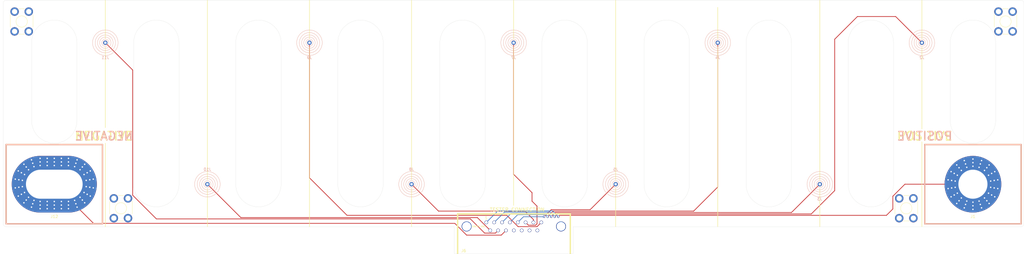
<source format=kicad_pcb>
(kicad_pcb (version 20171130) (host pcbnew "(5.1.6)-1")

  (general
    (thickness 1.6)
    (drawings 113)
    (tracks 81)
    (zones 0)
    (modules 16)
    (nets 16)
  )

  (page B)
  (title_block
    (date 2021-04-20)
    (rev 1)
  )

  (layers
    (0 F.Cu signal)
    (31 B.Cu signal)
    (32 B.Adhes user)
    (33 F.Adhes user)
    (34 B.Paste user)
    (35 F.Paste user)
    (36 B.SilkS user)
    (37 F.SilkS user)
    (38 B.Mask user)
    (39 F.Mask user)
    (40 Dwgs.User user hide)
    (41 Cmts.User user)
    (42 Eco1.User user)
    (43 Eco2.User user)
    (44 Edge.Cuts user)
    (45 Margin user)
    (46 B.CrtYd user)
    (47 F.CrtYd user)
    (48 B.Fab user)
    (49 F.Fab user)
  )

  (setup
    (last_trace_width 0.25)
    (user_trace_width 0.75)
    (user_trace_width 1.5)
    (trace_clearance 0.2)
    (zone_clearance 0.508)
    (zone_45_only no)
    (trace_min 0.2)
    (via_size 0.8)
    (via_drill 0.4)
    (via_min_size 0.4)
    (via_min_drill 0.3)
    (uvia_size 0.3)
    (uvia_drill 0.1)
    (uvias_allowed no)
    (uvia_min_size 0.2)
    (uvia_min_drill 0.1)
    (edge_width 0.05)
    (segment_width 0.2)
    (pcb_text_width 0.3)
    (pcb_text_size 1.5 1.5)
    (mod_edge_width 0.12)
    (mod_text_size 1 1)
    (mod_text_width 0.15)
    (pad_size 30 20)
    (pad_drill 20)
    (pad_to_mask_clearance 0.05)
    (aux_axis_origin 0 0)
    (visible_elements 7FFFFFFF)
    (pcbplotparams
      (layerselection 0x010fc_ffffffff)
      (usegerberextensions false)
      (usegerberattributes true)
      (usegerberadvancedattributes true)
      (creategerberjobfile true)
      (excludeedgelayer true)
      (linewidth 0.100000)
      (plotframeref false)
      (viasonmask false)
      (mode 1)
      (useauxorigin false)
      (hpglpennumber 1)
      (hpglpenspeed 20)
      (hpglpendiameter 15.000000)
      (psnegative false)
      (psa4output false)
      (plotreference true)
      (plotvalue true)
      (plotinvisibletext false)
      (padsonsilk false)
      (subtractmaskfromsilk false)
      (outputformat 1)
      (mirror false)
      (drillshape 0)
      (scaleselection 1)
      (outputdirectory "GERBERS/"))
  )

  (net 0 "")
  (net 1 "Net-(J6-Pad12)")
  (net 2 "Net-(J6-Pad13)")
  (net 3 "Net-(J6-Pad14)")
  (net 4 "Net-(J6-Pad15)")
  (net 5 "Net-(J1-Pad1)")
  (net 6 "Net-(J2-Pad1)")
  (net 7 "Net-(J3-Pad1)")
  (net 8 "Net-(J4-Pad1)")
  (net 9 "Net-(J5-Pad1)")
  (net 10 "Net-(J12-Pad1)")
  (net 11 "Net-(J11-Pad1)")
  (net 12 "Net-(J10-Pad1)")
  (net 13 "Net-(J6-Pad8)")
  (net 14 "Net-(J6-Pad7)")
  (net 15 "Net-(J6-Pad6)")

  (net_class Default "This is the default net class."
    (clearance 0.2)
    (trace_width 0.25)
    (via_dia 0.8)
    (via_drill 0.4)
    (uvia_dia 0.3)
    (uvia_drill 0.1)
    (add_net "Net-(J1-Pad1)")
    (add_net "Net-(J10-Pad1)")
    (add_net "Net-(J11-Pad1)")
    (add_net "Net-(J12-Pad1)")
    (add_net "Net-(J2-Pad1)")
    (add_net "Net-(J3-Pad1)")
    (add_net "Net-(J4-Pad1)")
    (add_net "Net-(J5-Pad1)")
    (add_net "Net-(J6-Pad12)")
    (add_net "Net-(J6-Pad13)")
    (add_net "Net-(J6-Pad14)")
    (add_net "Net-(J6-Pad15)")
    (add_net "Net-(J6-Pad6)")
    (add_net "Net-(J6-Pad7)")
    (add_net "Net-(J6-Pad8)")
  )

  (net_class HIGH ""
    (clearance 0.2)
    (trace_width 1.5)
    (via_dia 0.8)
    (via_drill 0.4)
    (uvia_dia 0.3)
    (uvia_drill 0.1)
  )

  (net_class MEDIUM ""
    (clearance 0.2)
    (trace_width 0.75)
    (via_dia 0.8)
    (via_drill 0.4)
    (uvia_dia 0.3)
    (uvia_drill 0.1)
  )

  (module "NiCd Battery Tester:KEYSTONE_240" (layer B.Cu) (tedit 6087333D) (tstamp 607FD74D)
    (at 292 135)
    (path /607BD76F/60DA254D)
    (fp_text reference J4 (at 0 5.25) (layer B.SilkS)
      (effects (font (size 1 1) (thickness 0.15)) (justify mirror))
    )
    (fp_text value Conn_01x01 (at 0 5.25) (layer B.Fab)
      (effects (font (size 1 1) (thickness 0.15)) (justify mirror))
    )
    (fp_circle (center 0 0) (end 4.5 0) (layer B.SilkS) (width 0.12))
    (fp_circle (center 0 0) (end 3.5 0.75) (layer B.SilkS) (width 0.12))
    (fp_circle (center 0 0) (end 2.75 0) (layer B.SilkS) (width 0.12))
    (fp_circle (center 0 0) (end 2 0) (layer B.SilkS) (width 0.12))
    (fp_circle (center 0 0) (end 1.25 0) (layer B.SilkS) (width 0.12))
    (pad 1 thru_hole circle (at 0 0) (size 1.524 1.524) (drill 0.762) (layers *.Cu *.Mask)
      (net 8 "Net-(J4-Pad1)") (clearance 2))
    (model "${KIPRJMOD}/3D Models/keystone-PN240.STEP"
      (at (xyz 0 0 0))
      (scale (xyz 1 1 1))
      (rotate (xyz 0 0 0))
    )
  )

  (module "NiCd Battery Tester:15-PIN-DSUB" (layer F.Cu) (tedit 60870FCD) (tstamp 62C37355)
    (at 220.075 199.92)
    (path /607BD76F/6087337B)
    (fp_text reference J6 (at -17.695 8.58) (layer F.SilkS)
      (effects (font (size 1 1) (thickness 0.15)))
    )
    (fp_text value "TESTER CONN" (at 0 -3) (layer F.Fab)
      (effects (font (size 1 1) (thickness 0.15)))
    )
    (fp_text user "EASTER EGG" (at -12.5 0) (layer F.SilkS)
      (effects (font (size 0.5 0.5) (thickness 0.1)))
    )
    (fp_text user 1 (at -9.75 -3) (layer F.SilkS)
      (effects (font (size 1 1) (thickness 0.15)))
    )
    (pad 15 thru_hole circle (at 8.31 1.42) (size 1.25 1.25) (drill 1) (layers *.Cu *.Mask)
      (net 4 "Net-(J6-Pad15)"))
    (pad 14 thru_hole circle (at 5.54 1.42) (size 1.25 1.25) (drill 1) (layers *.Cu *.Mask)
      (net 3 "Net-(J6-Pad14)"))
    (pad 13 thru_hole circle (at 2.77 1.42) (size 1.25 1.25) (drill 1) (layers *.Cu *.Mask)
      (net 2 "Net-(J6-Pad13)"))
    (pad 12 thru_hole circle (at 0 1.42) (size 1.25 1.25) (drill 1) (layers *.Cu *.Mask)
      (net 1 "Net-(J6-Pad12)"))
    (pad 11 thru_hole circle (at -2.77 1.42) (size 1.25 1.25) (drill 1) (layers *.Cu *.Mask)
      (net 10 "Net-(J12-Pad1)"))
    (pad 10 thru_hole circle (at -5.54 1.42) (size 1.25 1.25) (drill 1) (layers *.Cu *.Mask)
      (net 11 "Net-(J11-Pad1)"))
    (pad 9 thru_hole circle (at -8.31 1.42) (size 1.25 1.25) (drill 1) (layers *.Cu *.Mask)
      (net 12 "Net-(J10-Pad1)"))
    (pad 8 thru_hole circle (at 9.695 -1.42) (size 1.25 1.25) (drill 1) (layers *.Cu *.Mask)
      (net 13 "Net-(J6-Pad8)"))
    (pad 7 thru_hole circle (at 6.925 -1.42) (size 1.25 1.25) (drill 1) (layers *.Cu *.Mask)
      (net 14 "Net-(J6-Pad7)"))
    (pad 6 thru_hole circle (at 4.155 -1.42) (size 1.25 1.25) (drill 1) (layers *.Cu *.Mask)
      (net 15 "Net-(J6-Pad6)"))
    (pad 5 thru_hole circle (at 1.385 -1.42) (size 1.25 1.25) (drill 1) (layers *.Cu *.Mask)
      (net 9 "Net-(J5-Pad1)"))
    (pad 4 thru_hole circle (at -1.385 -1.42) (size 1.25 1.25) (drill 1) (layers *.Cu *.Mask)
      (net 8 "Net-(J4-Pad1)"))
    (pad 3 thru_hole circle (at -4.155 -1.42) (size 1.25 1.25) (drill 1) (layers *.Cu *.Mask)
      (net 7 "Net-(J3-Pad1)"))
    (pad 2 thru_hole circle (at -6.925 -1.42) (size 1.25 1.25) (drill 1) (layers *.Cu *.Mask)
      (net 6 "Net-(J2-Pad1)"))
    (pad 1 thru_hole circle (at -9.695 -1.42) (size 1.25 1.25) (drill 1) (layers *.Cu *.Mask)
      (net 5 "Net-(J1-Pad1)"))
    (pad "" thru_hole circle (at 16.65 0) (size 3.5 3.5) (drill 3.05) (layers *.Cu *.Mask))
    (pad "" thru_hole circle (at -16.65 0) (size 3.5 3.5) (drill 3.05) (layers *.Cu *.Mask))
    (model "${KIPRJMOD}/3D Models/DA15-SL-25.step"
      (offset (xyz 0 -6 0))
      (scale (xyz 1 1 1))
      (rotate (xyz -90 0 0))
    )
  )

  (module "NiCd Battery Tester:KEYSTONE_240" (layer B.Cu) (tedit 6086F581) (tstamp 62C36A74)
    (at 328 185)
    (path /607BD76F/60DA13CE)
    (fp_text reference J3 (at 0 5.25) (layer B.SilkS)
      (effects (font (size 1 1) (thickness 0.15)) (justify mirror))
    )
    (fp_text value Conn_01x01 (at 0 5.25) (layer B.Fab)
      (effects (font (size 1 1) (thickness 0.15)) (justify mirror))
    )
    (fp_circle (center 0 0) (end 1.25 0) (layer B.SilkS) (width 0.12))
    (fp_circle (center 0 0) (end 2 0) (layer B.SilkS) (width 0.12))
    (fp_circle (center 0 0) (end 2.75 0) (layer B.SilkS) (width 0.12))
    (fp_circle (center 0 0) (end 3.5 0.75) (layer B.SilkS) (width 0.12))
    (fp_circle (center 0 0) (end 4.5 0) (layer B.SilkS) (width 0.12))
    (pad 1 thru_hole circle (at 0 0) (size 1.524 1.524) (drill 0.762) (layers *.Cu *.Mask)
      (net 7 "Net-(J3-Pad1)"))
    (model "${KIPRJMOD}/3D Models/keystone-PN240.STEP"
      (at (xyz 0 0 0))
      (scale (xyz 1 1 1))
      (rotate (xyz 0 0 0))
    )
  )

  (module "NiCd Battery Tester:BATTERY_POWER_CONNECTION" (layer F.Cu) (tedit 60BACE5C) (tstamp 607FD72F)
    (at 382 185)
    (path /607BD76F/6090684A)
    (fp_text reference J1 (at 0 11.43) (layer F.SilkS)
      (effects (font (size 1 1) (thickness 0.15)))
    )
    (fp_text value Conn_01x01 (at 0 -0.5) (layer F.Fab)
      (effects (font (size 1 1) (thickness 0.15)))
    )
    (fp_circle (center 0 0) (end 6.35 -0.635) (layer Dwgs.User) (width 0.12))
    (fp_circle (center 0 0) (end 7.62 0) (layer Dwgs.User) (width 0.12))
    (fp_circle (center 0 0) (end 8.89 0.635) (layer Dwgs.User) (width 0.12))
    (pad 1 thru_hole circle (at 0 0) (size 20 20) (drill 10.25) (layers *.Cu *.Mask)
      (net 5 "Net-(J1-Pad1)") (clearance 5))
    (pad 1 thru_hole circle (at 0 -6.35) (size 0.5 0.5) (drill 0.5) (layers *.Cu *.Mask)
      (net 5 "Net-(J1-Pad1)"))
    (pad 1 thru_hole circle (at -2.171828 -5.967048) (size 0.5 0.5) (drill 0.5) (layers *.Cu *.Mask)
      (net 5 "Net-(J1-Pad1)"))
    (pad 1 thru_hole circle (at -4.081701 -4.864382) (size 0.5 0.5) (drill 0.5) (layers *.Cu *.Mask)
      (net 5 "Net-(J1-Pad1)"))
    (pad 1 thru_hole circle (at -5.499261 -3.175) (size 0.5 0.5) (drill 0.5) (layers *.Cu *.Mask)
      (net 5 "Net-(J1-Pad1)"))
    (pad 1 thru_hole circle (at -6.253529 -1.102666) (size 0.5 0.5) (drill 0.5) (layers *.Cu *.Mask)
      (net 5 "Net-(J1-Pad1)"))
    (pad 1 thru_hole circle (at -6.253529 1.102666) (size 0.5 0.5) (drill 0.5) (layers *.Cu *.Mask)
      (net 5 "Net-(J1-Pad1)"))
    (pad 1 thru_hole circle (at -5.499261 3.175) (size 0.5 0.5) (drill 0.5) (layers *.Cu *.Mask)
      (net 5 "Net-(J1-Pad1)"))
    (pad 1 thru_hole circle (at -4.081701 4.864382) (size 0.5 0.5) (drill 0.5) (layers *.Cu *.Mask)
      (net 5 "Net-(J1-Pad1)"))
    (pad 1 thru_hole circle (at -2.171828 5.967048) (size 0.5 0.5) (drill 0.5) (layers *.Cu *.Mask)
      (net 5 "Net-(J1-Pad1)"))
    (pad 1 thru_hole circle (at 0 6.35) (size 0.5 0.5) (drill 0.5) (layers *.Cu *.Mask)
      (net 5 "Net-(J1-Pad1)"))
    (pad 1 thru_hole circle (at 2.171828 5.967048) (size 0.5 0.5) (drill 0.5) (layers *.Cu *.Mask)
      (net 5 "Net-(J1-Pad1)"))
    (pad 1 thru_hole circle (at 4.081701 4.864382) (size 0.5 0.5) (drill 0.5) (layers *.Cu *.Mask)
      (net 5 "Net-(J1-Pad1)"))
    (pad 1 thru_hole circle (at 5.499261 3.175) (size 0.5 0.5) (drill 0.5) (layers *.Cu *.Mask)
      (net 5 "Net-(J1-Pad1)"))
    (pad 1 thru_hole circle (at 6.253529 1.102666) (size 0.5 0.5) (drill 0.5) (layers *.Cu *.Mask)
      (net 5 "Net-(J1-Pad1)"))
    (pad 1 thru_hole circle (at 6.253529 -1.102666) (size 0.5 0.5) (drill 0.5) (layers *.Cu *.Mask)
      (net 5 "Net-(J1-Pad1)"))
    (pad 1 thru_hole circle (at 5.499261 -3.175) (size 0.5 0.5) (drill 0.5) (layers *.Cu *.Mask)
      (net 5 "Net-(J1-Pad1)"))
    (pad 1 thru_hole circle (at 4.081701 -4.864382) (size 0.5 0.5) (drill 0.5) (layers *.Cu *.Mask)
      (net 5 "Net-(J1-Pad1)"))
    (pad 1 thru_hole circle (at 2.171828 -5.967048) (size 0.5 0.5) (drill 0.5) (layers *.Cu *.Mask)
      (net 5 "Net-(J1-Pad1)"))
    (pad 1 thru_hole circle (at 0 -7.62) (size 0.5 0.5) (drill 0.5) (layers *.Cu *.Mask)
      (net 5 "Net-(J1-Pad1)"))
    (pad 1 thru_hole circle (at -2.606193 -7.160458) (size 0.5 0.5) (drill 0.5) (layers *.Cu *.Mask)
      (net 5 "Net-(J1-Pad1)"))
    (pad 1 thru_hole circle (at -4.898042 -5.837259) (size 0.5 0.5) (drill 0.5) (layers *.Cu *.Mask)
      (net 5 "Net-(J1-Pad1)"))
    (pad 1 thru_hole circle (at -6.599114 -3.81) (size 0.5 0.5) (drill 0.5) (layers *.Cu *.Mask)
      (net 5 "Net-(J1-Pad1)"))
    (pad 1 thru_hole circle (at -7.504235 -1.323199) (size 0.5 0.5) (drill 0.5) (layers *.Cu *.Mask)
      (net 5 "Net-(J1-Pad1)"))
    (pad 1 thru_hole circle (at -7.504235 1.323199) (size 0.5 0.5) (drill 0.5) (layers *.Cu *.Mask)
      (net 5 "Net-(J1-Pad1)"))
    (pad 1 thru_hole circle (at -6.599114 3.81) (size 0.5 0.5) (drill 0.5) (layers *.Cu *.Mask)
      (net 5 "Net-(J1-Pad1)"))
    (pad 1 thru_hole circle (at -4.898042 5.837259) (size 0.5 0.5) (drill 0.5) (layers *.Cu *.Mask)
      (net 5 "Net-(J1-Pad1)"))
    (pad 1 thru_hole circle (at -2.606193 7.160458) (size 0.5 0.5) (drill 0.5) (layers *.Cu *.Mask)
      (net 5 "Net-(J1-Pad1)"))
    (pad 1 thru_hole circle (at 0 7.62) (size 0.5 0.5) (drill 0.5) (layers *.Cu *.Mask)
      (net 5 "Net-(J1-Pad1)"))
    (pad 1 thru_hole circle (at 2.606193 7.160458) (size 0.5 0.5) (drill 0.5) (layers *.Cu *.Mask)
      (net 5 "Net-(J1-Pad1)"))
    (pad 1 thru_hole circle (at 4.898042 5.837259) (size 0.5 0.5) (drill 0.5) (layers *.Cu *.Mask)
      (net 5 "Net-(J1-Pad1)"))
    (pad 1 thru_hole circle (at 6.599114 3.81) (size 0.5 0.5) (drill 0.5) (layers *.Cu *.Mask)
      (net 5 "Net-(J1-Pad1)"))
    (pad 1 thru_hole circle (at 7.504235 1.323199) (size 0.5 0.5) (drill 0.5) (layers *.Cu *.Mask)
      (net 5 "Net-(J1-Pad1)"))
    (pad 1 thru_hole circle (at 7.504235 -1.323199) (size 0.5 0.5) (drill 0.5) (layers *.Cu *.Mask)
      (net 5 "Net-(J1-Pad1)"))
    (pad 1 thru_hole circle (at 6.599114 -3.81) (size 0.5 0.5) (drill 0.5) (layers *.Cu *.Mask)
      (net 5 "Net-(J1-Pad1)"))
    (pad 1 thru_hole circle (at 4.898042 -5.837259) (size 0.5 0.5) (drill 0.5) (layers *.Cu *.Mask)
      (net 5 "Net-(J1-Pad1)"))
    (pad 1 thru_hole circle (at 2.606193 -7.160458) (size 0.5 0.5) (drill 0.5) (layers *.Cu *.Mask)
      (net 5 "Net-(J1-Pad1)"))
    (pad 1 thru_hole circle (at 0 -8.89) (size 0.5 0.5) (drill 0.5) (layers *.Cu *.Mask)
      (net 5 "Net-(J1-Pad1)"))
    (pad 1 thru_hole circle (at -3.040559 -8.353867) (size 0.5 0.5) (drill 0.5) (layers *.Cu *.Mask)
      (net 5 "Net-(J1-Pad1)"))
    (pad 1 thru_hole circle (at -5.714382 -6.810135) (size 0.5 0.5) (drill 0.5) (layers *.Cu *.Mask)
      (net 5 "Net-(J1-Pad1)"))
    (pad 1 thru_hole circle (at -7.698966 -4.445) (size 0.5 0.5) (drill 0.5) (layers *.Cu *.Mask)
      (net 5 "Net-(J1-Pad1)"))
    (pad 1 thru_hole circle (at -8.754941 -1.543732) (size 0.5 0.5) (drill 0.5) (layers *.Cu *.Mask)
      (net 5 "Net-(J1-Pad1)"))
    (pad 1 thru_hole circle (at -8.754941 1.543732) (size 0.5 0.5) (drill 0.5) (layers *.Cu *.Mask)
      (net 5 "Net-(J1-Pad1)"))
    (pad 1 thru_hole circle (at -7.698966 4.445) (size 0.5 0.5) (drill 0.5) (layers *.Cu *.Mask)
      (net 5 "Net-(J1-Pad1)"))
    (pad 1 thru_hole circle (at -5.714382 6.810135) (size 0.5 0.5) (drill 0.5) (layers *.Cu *.Mask)
      (net 5 "Net-(J1-Pad1)"))
    (pad 1 thru_hole circle (at -3.040559 8.353867) (size 0.5 0.5) (drill 0.5) (layers *.Cu *.Mask)
      (net 5 "Net-(J1-Pad1)"))
    (pad 1 thru_hole circle (at 0 8.89) (size 0.5 0.5) (drill 0.5) (layers *.Cu *.Mask)
      (net 5 "Net-(J1-Pad1)"))
    (pad 1 thru_hole circle (at 3.040559 8.353867) (size 0.5 0.5) (drill 0.5) (layers *.Cu *.Mask)
      (net 5 "Net-(J1-Pad1)"))
    (pad 1 thru_hole circle (at 5.714382 6.810135) (size 0.5 0.5) (drill 0.5) (layers *.Cu *.Mask)
      (net 5 "Net-(J1-Pad1)"))
    (pad 1 thru_hole circle (at 7.698966 4.445) (size 0.5 0.5) (drill 0.5) (layers *.Cu *.Mask)
      (net 5 "Net-(J1-Pad1)"))
    (pad 1 thru_hole circle (at 8.754941 1.543732) (size 0.5 0.5) (drill 0.5) (layers *.Cu *.Mask)
      (net 5 "Net-(J1-Pad1)"))
    (pad 1 thru_hole circle (at 8.754941 -1.543732) (size 0.5 0.5) (drill 0.5) (layers *.Cu *.Mask)
      (net 5 "Net-(J1-Pad1)"))
    (pad 1 thru_hole circle (at 7.698966 -4.445) (size 0.5 0.5) (drill 0.5) (layers *.Cu *.Mask)
      (net 5 "Net-(J1-Pad1)"))
    (pad 1 thru_hole circle (at 5.714382 -6.810135) (size 0.5 0.5) (drill 0.5) (layers *.Cu *.Mask)
      (net 5 "Net-(J1-Pad1)"))
    (pad 1 thru_hole circle (at 3.040559 -8.353867) (size 0.5 0.5) (drill 0.5) (layers *.Cu *.Mask)
      (net 5 "Net-(J1-Pad1)"))
  )

  (module "NiCd Battery Tester:BATTERY_POWER_CONNECTION_WIDE" (layer F.Cu) (tedit 611DA91B) (tstamp 607FD7DC)
    (at 58 185)
    (path /607BD76F/60DA92AD)
    (fp_text reference J12 (at 0 11.43) (layer F.SilkS)
      (effects (font (size 1 1) (thickness 0.15)))
    )
    (fp_text value Conn_01x01 (at 0 -11) (layer F.Fab)
      (effects (font (size 1 1) (thickness 0.15)))
    )
    (pad 1 thru_hole circle (at 0 8.65) (size 0.5 0.5) (drill 0.5) (layers *.Cu *.Mask)
      (net 10 "Net-(J12-Pad1)"))
    (pad 1 thru_hole circle (at 0 6.11) (size 0.5 0.5) (drill 0.5) (layers *.Cu *.Mask)
      (net 10 "Net-(J12-Pad1)"))
    (pad 1 thru_hole circle (at 2.5 7.38) (size 0.5 0.5) (drill 0.5) (layers *.Cu *.Mask)
      (net 10 "Net-(J12-Pad1)"))
    (pad 1 thru_hole circle (at 2.5 6.11) (size 0.5 0.5) (drill 0.5) (layers *.Cu *.Mask)
      (net 10 "Net-(J12-Pad1)"))
    (pad 1 thru_hole circle (at 2.5 8.65) (size 0.5 0.5) (drill 0.5) (layers *.Cu *.Mask)
      (net 10 "Net-(J12-Pad1)"))
    (pad 1 thru_hole circle (at 0 7.38) (size 0.5 0.5) (drill 0.5) (layers *.Cu *.Mask)
      (net 10 "Net-(J12-Pad1)"))
    (pad 1 thru_hole circle (at -2.5 8.65) (size 0.5 0.5) (drill 0.5) (layers *.Cu *.Mask)
      (net 10 "Net-(J12-Pad1)"))
    (pad 1 thru_hole circle (at -2.5 6.11) (size 0.5 0.5) (drill 0.5) (layers *.Cu *.Mask)
      (net 10 "Net-(J12-Pad1)"))
    (pad 1 thru_hole circle (at -2.5 7.38) (size 0.5 0.5) (drill 0.5) (layers *.Cu *.Mask)
      (net 10 "Net-(J12-Pad1)"))
    (pad 1 thru_hole circle (at 0 -6.6) (size 0.5 0.5) (drill 0.5) (layers *.Cu *.Mask)
      (net 10 "Net-(J12-Pad1)"))
    (pad 1 thru_hole circle (at 0 -7.87) (size 0.5 0.5) (drill 0.5) (layers *.Cu *.Mask)
      (net 10 "Net-(J12-Pad1)"))
    (pad 1 thru_hole circle (at 0 -9.14) (size 0.5 0.5) (drill 0.5) (layers *.Cu *.Mask)
      (net 10 "Net-(J12-Pad1)"))
    (pad 1 thru_hole circle (at 2.5 -6.6) (size 0.5 0.5) (drill 0.5) (layers *.Cu *.Mask)
      (net 10 "Net-(J12-Pad1)"))
    (pad 1 thru_hole circle (at 2.5 -9.14) (size 0.5 0.5) (drill 0.5) (layers *.Cu *.Mask)
      (net 10 "Net-(J12-Pad1)"))
    (pad 1 thru_hole circle (at 2.5 -7.87) (size 0.5 0.5) (drill 0.5) (layers *.Cu *.Mask)
      (net 10 "Net-(J12-Pad1)"))
    (pad 1 thru_hole circle (at -2.5 -6.6) (size 0.5 0.5) (drill 0.5) (layers *.Cu *.Mask)
      (net 10 "Net-(J12-Pad1)"))
    (pad 1 thru_hole circle (at -2.5 -7.87) (size 0.5 0.5) (drill 0.5) (layers *.Cu *.Mask)
      (net 10 "Net-(J12-Pad1)"))
    (pad 1 thru_hole circle (at -2.5 -9.14) (size 0.5 0.5) (drill 0.5) (layers *.Cu *.Mask)
      (net 10 "Net-(J12-Pad1)"))
    (pad 1 thru_hole circle (at 10.714382 6.560135) (size 0.5 0.5) (drill 0.5) (layers *.Cu *.Mask)
      (net 10 "Net-(J12-Pad1)"))
    (pad 1 thru_hole circle (at 5 6.1) (size 0.5 0.5) (drill 0.5) (layers *.Cu *.Mask)
      (net 10 "Net-(J12-Pad1)"))
    (pad 1 thru_hole circle (at 5 -6.6) (size 0.5 0.5) (drill 0.5) (layers *.Cu *.Mask)
      (net 10 "Net-(J12-Pad1)"))
    (pad 1 thru_hole circle (at 7.606193 -7.410458) (size 0.5 0.5) (drill 0.5) (layers *.Cu *.Mask)
      (net 10 "Net-(J12-Pad1)"))
    (pad 1 thru_hole circle (at 5 7.37) (size 0.5 0.5) (drill 0.5) (layers *.Cu *.Mask)
      (net 10 "Net-(J12-Pad1)"))
    (pad 1 thru_hole circle (at 11.599114 3.56) (size 0.5 0.5) (drill 0.5) (layers *.Cu *.Mask)
      (net 10 "Net-(J12-Pad1)"))
    (pad 1 thru_hole circle (at 8.040559 -8.603867) (size 0.5 0.5) (drill 0.5) (layers *.Cu *.Mask)
      (net 10 "Net-(J12-Pad1)"))
    (pad 1 thru_hole circle (at 10.714382 -7.060135) (size 0.5 0.5) (drill 0.5) (layers *.Cu *.Mask)
      (net 10 "Net-(J12-Pad1)"))
    (pad 1 thru_hole circle (at 12.698966 -4.695) (size 0.5 0.5) (drill 0.5) (layers *.Cu *.Mask)
      (net 10 "Net-(J12-Pad1)"))
    (pad 1 thru_hole circle (at 5 -7.87) (size 0.5 0.5) (drill 0.5) (layers *.Cu *.Mask)
      (net 10 "Net-(J12-Pad1)"))
    (pad 1 thru_hole circle (at 5 8.64) (size 0.5 0.5) (drill 0.5) (layers *.Cu *.Mask)
      (net 10 "Net-(J12-Pad1)"))
    (pad 1 thru_hole circle (at 12.504235 -1.573199) (size 0.5 0.5) (drill 0.5) (layers *.Cu *.Mask)
      (net 10 "Net-(J12-Pad1)"))
    (pad 1 thru_hole circle (at 10.499261 2.925) (size 0.5 0.5) (drill 0.5) (layers *.Cu *.Mask)
      (net 10 "Net-(J12-Pad1)"))
    (pad 1 thru_hole circle (at 7.171828 -6.217048) (size 0.5 0.5) (drill 0.5) (layers *.Cu *.Mask)
      (net 10 "Net-(J12-Pad1)"))
    (pad 1 thru_hole circle (at 13.754941 -1.793732) (size 0.5 0.5) (drill 0.5) (layers *.Cu *.Mask)
      (net 10 "Net-(J12-Pad1)"))
    (pad 1 thru_hole circle (at 12.698966 4.195) (size 0.5 0.5) (drill 0.5) (layers *.Cu *.Mask)
      (net 10 "Net-(J12-Pad1)"))
    (pad 1 thru_hole circle (at 8.040559 8.103867) (size 0.5 0.5) (drill 0.5) (layers *.Cu *.Mask)
      (net 10 "Net-(J12-Pad1)"))
    (pad 1 thru_hole circle (at 5 -9.14) (size 0.5 0.5) (drill 0.5) (layers *.Cu *.Mask)
      (net 10 "Net-(J12-Pad1)"))
    (pad 1 thru_hole circle (at 9.898042 -6.087259) (size 0.5 0.5) (drill 0.5) (layers *.Cu *.Mask)
      (net 10 "Net-(J12-Pad1)"))
    (pad 1 thru_hole circle (at 11.599114 -4.06) (size 0.5 0.5) (drill 0.5) (layers *.Cu *.Mask)
      (net 10 "Net-(J12-Pad1)"))
    (pad 1 thru_hole circle (at 12.504235 1.073199) (size 0.5 0.5) (drill 0.5) (layers *.Cu *.Mask)
      (net 10 "Net-(J12-Pad1)"))
    (pad 1 thru_hole circle (at 9.081701 4.614382) (size 0.5 0.5) (drill 0.5) (layers *.Cu *.Mask)
      (net 10 "Net-(J12-Pad1)"))
    (pad 1 thru_hole circle (at 10.499261 -3.425) (size 0.5 0.5) (drill 0.5) (layers *.Cu *.Mask)
      (net 10 "Net-(J12-Pad1)"))
    (pad 1 thru_hole circle (at 9.081701 -5.114382) (size 0.5 0.5) (drill 0.5) (layers *.Cu *.Mask)
      (net 10 "Net-(J12-Pad1)"))
    (pad 1 thru_hole circle (at 7.606193 6.910458) (size 0.5 0.5) (drill 0.5) (layers *.Cu *.Mask)
      (net 10 "Net-(J12-Pad1)"))
    (pad 1 thru_hole circle (at 7.171828 5.717048) (size 0.5 0.5) (drill 0.5) (layers *.Cu *.Mask)
      (net 10 "Net-(J12-Pad1)"))
    (pad 1 thru_hole circle (at 9.898042 5.587259) (size 0.5 0.5) (drill 0.5) (layers *.Cu *.Mask)
      (net 10 "Net-(J12-Pad1)"))
    (pad 1 thru_hole circle (at 11.253529 -1.352666) (size 0.5 0.5) (drill 0.5) (layers *.Cu *.Mask)
      (net 10 "Net-(J12-Pad1)"))
    (pad 1 thru_hole circle (at 13.754941 1.293732) (size 0.5 0.5) (drill 0.5) (layers *.Cu *.Mask)
      (net 10 "Net-(J12-Pad1)"))
    (pad 1 thru_hole circle (at 11.253529 0.852666) (size 0.5 0.5) (drill 0.5) (layers *.Cu *.Mask)
      (net 10 "Net-(J12-Pad1)"))
    (pad 1 thru_hole circle (at -10.714382 6.560135) (size 0.5 0.5) (drill 0.5) (layers *.Cu *.Mask)
      (net 10 "Net-(J12-Pad1)"))
    (pad 1 thru_hole circle (at -13.754941 1.293732) (size 0.5 0.5) (drill 0.5) (layers *.Cu *.Mask)
      (net 10 "Net-(J12-Pad1)"))
    (pad 1 thru_hole circle (at -11.599114 3.56) (size 0.5 0.5) (drill 0.5) (layers *.Cu *.Mask)
      (net 10 "Net-(J12-Pad1)"))
    (pad 1 thru_hole circle (at -5 6.1) (size 0.5 0.5) (drill 0.5) (layers *.Cu *.Mask)
      (net 10 "Net-(J12-Pad1)"))
    (pad 1 thru_hole circle (at -11.253529 -1.352666) (size 0.5 0.5) (drill 0.5) (layers *.Cu *.Mask)
      (net 10 "Net-(J12-Pad1)"))
    (pad 1 thru_hole circle (at -5 -6.6) (size 0.5 0.5) (drill 0.5) (layers *.Cu *.Mask)
      (net 10 "Net-(J12-Pad1)"))
    (pad 1 thru_hole circle (at -11.599114 -4.06) (size 0.5 0.5) (drill 0.5) (layers *.Cu *.Mask)
      (net 10 "Net-(J12-Pad1)"))
    (pad 1 thru_hole circle (at -9.081701 4.614382) (size 0.5 0.5) (drill 0.5) (layers *.Cu *.Mask)
      (net 10 "Net-(J12-Pad1)"))
    (pad 1 thru_hole circle (at -5 7.37) (size 0.5 0.5) (drill 0.5) (layers *.Cu *.Mask)
      (net 10 "Net-(J12-Pad1)"))
    (pad 1 thru_hole circle (at -5 -7.87) (size 0.5 0.5) (drill 0.5) (layers *.Cu *.Mask)
      (net 10 "Net-(J12-Pad1)"))
    (pad 1 thru_hole circle (at -5 8.64) (size 0.5 0.5) (drill 0.5) (layers *.Cu *.Mask)
      (net 10 "Net-(J12-Pad1)"))
    (pad 1 thru_hole circle (at -7.171828 -6.217048) (size 0.5 0.5) (drill 0.5) (layers *.Cu *.Mask)
      (net 10 "Net-(J12-Pad1)"))
    (pad 1 thru_hole circle (at -7.606193 -7.410458) (size 0.5 0.5) (drill 0.5) (layers *.Cu *.Mask)
      (net 10 "Net-(J12-Pad1)"))
    (pad 1 thru_hole circle (at -7.171828 5.717048) (size 0.5 0.5) (drill 0.5) (layers *.Cu *.Mask)
      (net 10 "Net-(J12-Pad1)"))
    (pad 1 thru_hole circle (at -8.040559 8.103867) (size 0.5 0.5) (drill 0.5) (layers *.Cu *.Mask)
      (net 10 "Net-(J12-Pad1)"))
    (pad 1 thru_hole circle (at -12.698966 4.195) (size 0.5 0.5) (drill 0.5) (layers *.Cu *.Mask)
      (net 10 "Net-(J12-Pad1)"))
    (pad 1 thru_hole circle (at -12.698966 -4.695) (size 0.5 0.5) (drill 0.5) (layers *.Cu *.Mask)
      (net 10 "Net-(J12-Pad1)"))
    (pad 1 thru_hole circle (at -12.504235 -1.573199) (size 0.5 0.5) (drill 0.5) (layers *.Cu *.Mask)
      (net 10 "Net-(J12-Pad1)"))
    (pad 1 thru_hole circle (at -10.499261 -3.425) (size 0.5 0.5) (drill 0.5) (layers *.Cu *.Mask)
      (net 10 "Net-(J12-Pad1)"))
    (pad 1 thru_hole circle (at -10.714382 -7.060135) (size 0.5 0.5) (drill 0.5) (layers *.Cu *.Mask)
      (net 10 "Net-(J12-Pad1)"))
    (pad 1 thru_hole circle (at -10.499261 2.925) (size 0.5 0.5) (drill 0.5) (layers *.Cu *.Mask)
      (net 10 "Net-(J12-Pad1)"))
    (pad 1 thru_hole circle (at -8.040559 -8.603867) (size 0.5 0.5) (drill 0.5) (layers *.Cu *.Mask)
      (net 10 "Net-(J12-Pad1)"))
    (pad 1 thru_hole circle (at -5 -9.14) (size 0.5 0.5) (drill 0.5) (layers *.Cu *.Mask)
      (net 10 "Net-(J12-Pad1)"))
    (pad 1 thru_hole circle (at -9.898042 -6.087259) (size 0.5 0.5) (drill 0.5) (layers *.Cu *.Mask)
      (net 10 "Net-(J12-Pad1)"))
    (pad 1 thru_hole circle (at -7.606193 6.910458) (size 0.5 0.5) (drill 0.5) (layers *.Cu *.Mask)
      (net 10 "Net-(J12-Pad1)"))
    (pad 1 thru_hole circle (at -9.898042 5.587259) (size 0.5 0.5) (drill 0.5) (layers *.Cu *.Mask)
      (net 10 "Net-(J12-Pad1)"))
    (pad 1 thru_hole circle (at -11.253529 0.852666) (size 0.5 0.5) (drill 0.5) (layers *.Cu *.Mask)
      (net 10 "Net-(J12-Pad1)"))
    (pad 1 thru_hole circle (at -9.081701 -5.114382) (size 0.5 0.5) (drill 0.5) (layers *.Cu *.Mask)
      (net 10 "Net-(J12-Pad1)"))
    (pad 1 thru_hole circle (at -13.754941 -1.793732) (size 0.5 0.5) (drill 0.5) (layers *.Cu *.Mask)
      (net 10 "Net-(J12-Pad1)"))
    (pad 1 thru_hole circle (at -12.504235 1.073199) (size 0.5 0.5) (drill 0.5) (layers *.Cu *.Mask)
      (net 10 "Net-(J12-Pad1)"))
    (pad 1 thru_hole oval (at 0 0) (size 30 20) (drill oval 20 10.25) (layers *.Cu *.Mask)
      (net 10 "Net-(J12-Pad1)") (clearance 5))
  )

  (module "NiCd Battery Tester:KEYSTONE_240" (layer B.Cu) (tedit 60873355) (tstamp 607FD761)
    (at 220 135)
    (path /607BD76F/60DA32A5)
    (fp_text reference J7 (at 0 5.25) (layer B.SilkS)
      (effects (font (size 1 1) (thickness 0.15)) (justify mirror))
    )
    (fp_text value Conn_01x01 (at 0 5.25) (layer B.Fab)
      (effects (font (size 1 1) (thickness 0.15)) (justify mirror))
    )
    (fp_circle (center 0 0) (end 4.5 0) (layer B.SilkS) (width 0.12))
    (fp_circle (center 0 0) (end 3.5 0.75) (layer B.SilkS) (width 0.12))
    (fp_circle (center 0 0) (end 2.75 0) (layer B.SilkS) (width 0.12))
    (fp_circle (center 0 0) (end 2 0) (layer B.SilkS) (width 0.12))
    (fp_circle (center 0 0) (end 1.25 0) (layer B.SilkS) (width 0.12))
    (pad 1 thru_hole circle (at 0 0) (size 1.524 1.524) (drill 0.762) (layers *.Cu *.Mask)
      (net 15 "Net-(J6-Pad6)") (clearance 2))
    (model "${KIPRJMOD}/3D Models/keystone-PN240.STEP"
      (at (xyz 0 0 0))
      (scale (xyz 1 1 1))
      (rotate (xyz 0 0 0))
    )
  )

  (module "NiCd Battery Tester:KEYSTONE_240" (layer B.Cu) (tedit 60873376) (tstamp 607FD789)
    (at 76 135)
    (path /607BD76F/60DA8E96)
    (fp_text reference J11 (at 0 5.25) (layer B.SilkS)
      (effects (font (size 1 1) (thickness 0.15)) (justify mirror))
    )
    (fp_text value Conn_01x01 (at 0 5.25) (layer B.Fab)
      (effects (font (size 1 1) (thickness 0.15)) (justify mirror))
    )
    (fp_circle (center 0 0) (end 4.5 0) (layer B.SilkS) (width 0.12))
    (fp_circle (center 0 0) (end 3.5 0.75) (layer B.SilkS) (width 0.12))
    (fp_circle (center 0 0) (end 2.75 0) (layer B.SilkS) (width 0.12))
    (fp_circle (center 0 0) (end 2 0) (layer B.SilkS) (width 0.12))
    (fp_circle (center 0 0) (end 1.25 0) (layer B.SilkS) (width 0.12))
    (pad 1 thru_hole circle (at 0 0) (size 1.524 1.524) (drill 0.762) (layers *.Cu *.Mask)
      (net 11 "Net-(J11-Pad1)") (clearance 2))
    (model "${KIPRJMOD}/3D Models/keystone-PN240.STEP"
      (at (xyz 0 0 0))
      (scale (xyz 1 1 1))
      (rotate (xyz 0 0 0))
    )
  )

  (module "NiCd Battery Tester:KEYSTONE_240" (layer B.Cu) (tedit 6087336D) (tstamp 607FD77F)
    (at 112 185 180)
    (path /607BD76F/60DA7822)
    (fp_text reference J10 (at 0 5.25) (layer B.SilkS)
      (effects (font (size 1 1) (thickness 0.15)) (justify mirror))
    )
    (fp_text value Conn_01x01 (at 0 5.25) (layer B.Fab)
      (effects (font (size 1 1) (thickness 0.15)) (justify mirror))
    )
    (fp_circle (center 0 0) (end 4.5 0) (layer B.SilkS) (width 0.12))
    (fp_circle (center 0 0) (end 3.5 0.75) (layer B.SilkS) (width 0.12))
    (fp_circle (center 0 0) (end 2.75 0) (layer B.SilkS) (width 0.12))
    (fp_circle (center 0 0) (end 2 0) (layer B.SilkS) (width 0.12))
    (fp_circle (center 0 0) (end 1.25 0) (layer B.SilkS) (width 0.12))
    (pad 1 thru_hole circle (at 0 0 180) (size 1.524 1.524) (drill 0.762) (layers *.Cu *.Mask)
      (net 12 "Net-(J10-Pad1)") (clearance 2))
    (model "${KIPRJMOD}/3D Models/keystone-PN240.STEP"
      (at (xyz 0 0 0))
      (scale (xyz 1 1 1))
      (rotate (xyz 0 0 0))
    )
  )

  (module "NiCd Battery Tester:KEYSTONE_240" (layer B.Cu) (tedit 60873362) (tstamp 607FD775)
    (at 148 135)
    (path /607BD76F/60DA6E9B)
    (fp_text reference J9 (at 0 5.25) (layer B.SilkS)
      (effects (font (size 1 1) (thickness 0.15)) (justify mirror))
    )
    (fp_text value Conn_01x01 (at 0 5.25) (layer B.Fab)
      (effects (font (size 1 1) (thickness 0.15)) (justify mirror))
    )
    (fp_circle (center 0 0) (end 4.5 0) (layer B.SilkS) (width 0.12))
    (fp_circle (center 0 0) (end 3.5 0.75) (layer B.SilkS) (width 0.12))
    (fp_circle (center 0 0) (end 2.75 0) (layer B.SilkS) (width 0.12))
    (fp_circle (center 0 0) (end 2 0) (layer B.SilkS) (width 0.12))
    (fp_circle (center 0 0) (end 1.25 0) (layer B.SilkS) (width 0.12))
    (pad 1 thru_hole circle (at 0 0) (size 1.524 1.524) (drill 0.762) (layers *.Cu *.Mask)
      (net 13 "Net-(J6-Pad8)") (clearance 2))
    (model "${KIPRJMOD}/3D Models/keystone-PN240.STEP"
      (at (xyz 0 0 0))
      (scale (xyz 1 1 1))
      (rotate (xyz 0 0 0))
    )
  )

  (module "NiCd Battery Tester:KEYSTONE_240" (layer B.Cu) (tedit 6087335C) (tstamp 607FD76B)
    (at 184 185 180)
    (path /607BD76F/60DA3968)
    (fp_text reference J8 (at 0 5.25) (layer B.SilkS)
      (effects (font (size 1 1) (thickness 0.15)) (justify mirror))
    )
    (fp_text value Conn_01x01 (at 0 5.25) (layer B.Fab)
      (effects (font (size 1 1) (thickness 0.15)) (justify mirror))
    )
    (fp_circle (center 0 0) (end 4.5 0) (layer B.SilkS) (width 0.12))
    (fp_circle (center 0 0) (end 3.5 0.75) (layer B.SilkS) (width 0.12))
    (fp_circle (center 0 0) (end 2.75 0) (layer B.SilkS) (width 0.12))
    (fp_circle (center 0 0) (end 2 0) (layer B.SilkS) (width 0.12))
    (fp_circle (center 0 0) (end 1.25 0) (layer B.SilkS) (width 0.12))
    (pad 1 thru_hole circle (at 0 0 180) (size 1.524 1.524) (drill 0.762) (layers *.Cu *.Mask)
      (net 14 "Net-(J6-Pad7)") (clearance 2))
    (model "${KIPRJMOD}/3D Models/keystone-PN240.STEP"
      (at (xyz 0 0 0))
      (scale (xyz 1 1 1))
      (rotate (xyz 0 0 0))
    )
  )

  (module "NiCd Battery Tester:KEYSTONE_240" (layer B.Cu) (tedit 60873345) (tstamp 607FD757)
    (at 256 185 180)
    (path /607BD76F/60DA2C1C)
    (fp_text reference J5 (at 0 5.25) (layer B.SilkS)
      (effects (font (size 1 1) (thickness 0.15)) (justify mirror))
    )
    (fp_text value Conn_01x01 (at 0 5.25) (layer B.Fab)
      (effects (font (size 1 1) (thickness 0.15)) (justify mirror))
    )
    (fp_circle (center 0 0) (end 4.5 0) (layer B.SilkS) (width 0.12))
    (fp_circle (center 0 0) (end 3.5 0.75) (layer B.SilkS) (width 0.12))
    (fp_circle (center 0 0) (end 2.75 0) (layer B.SilkS) (width 0.12))
    (fp_circle (center 0 0) (end 2 0) (layer B.SilkS) (width 0.12))
    (fp_circle (center 0 0) (end 1.25 0) (layer B.SilkS) (width 0.12))
    (pad 1 thru_hole circle (at 0 0 180) (size 1.524 1.524) (drill 0.762) (layers *.Cu *.Mask)
      (net 9 "Net-(J5-Pad1)") (clearance 2))
    (model "${KIPRJMOD}/3D Models/keystone-PN240.STEP"
      (at (xyz 0 0 0))
      (scale (xyz 1 1 1))
      (rotate (xyz 0 0 0))
    )
  )

  (module "NiCd Battery Tester:KEYSTONE_240" (layer B.Cu) (tedit 6087332B) (tstamp 607FD739)
    (at 364 135)
    (path /607BD76F/60DA1069)
    (fp_text reference J2 (at 0 5.25) (layer B.SilkS)
      (effects (font (size 1 1) (thickness 0.15)) (justify mirror))
    )
    (fp_text value Conn_01x01 (at 0 5.25) (layer B.Fab)
      (effects (font (size 1 1) (thickness 0.15)) (justify mirror))
    )
    (fp_circle (center 0 0) (end 4.5 0) (layer B.SilkS) (width 0.12))
    (fp_circle (center 0 0) (end 3.5 0.75) (layer B.SilkS) (width 0.12))
    (fp_circle (center 0 0) (end 2.75 0) (layer B.SilkS) (width 0.12))
    (fp_circle (center 0 0) (end 2 0) (layer B.SilkS) (width 0.12))
    (fp_circle (center 0 0) (end 1.25 0) (layer B.SilkS) (width 0.12))
    (pad 1 thru_hole circle (at 0 0) (size 1.524 1.524) (drill 0.762) (layers *.Cu *.Mask)
      (net 6 "Net-(J2-Pad1)") (clearance 2))
    (model "${KIPRJMOD}/3D Models/keystone-PN240.STEP"
      (at (xyz 0 0 0))
      (scale (xyz 1 1 1))
      (rotate (xyz 0 0 0))
    )
  )

  (module "NiCd Battery Tester:KEYSTONE_7795_SCREW_TERM" (layer F.Cu) (tedit 6086F81E) (tstamp 60878AE3)
    (at 44 124)
    (path /6086926A/60896B93)
    (fp_text reference H1 (at 0 -2.5) (layer F.SilkS) hide
      (effects (font (size 1 1) (thickness 0.15)))
    )
    (fp_text value MountingHole (at 0 -0.5) (layer F.Fab)
      (effects (font (size 1 1) (thickness 0.15)))
    )
    (fp_line (start -1.5 5.5) (end -1.5 1) (layer F.SilkS) (width 0.12))
    (fp_line (start 6.5 1) (end 6.5 5.5) (layer F.SilkS) (width 0.12))
    (fp_line (start 1.5 8) (end 3.5 8) (layer F.SilkS) (width 0.12))
    (fp_line (start 1.5 -1) (end 3.5 -1) (layer F.SilkS) (width 0.12))
    (fp_circle (center 2.5 3.5) (end 4.5 3.5) (layer F.SilkS) (width 0.12))
    (pad 1 thru_hole circle (at 5 7) (size 3 3) (drill 1.85) (layers *.Cu *.Mask))
    (pad 1 thru_hole circle (at 0 7) (size 3 3) (drill 1.85) (layers *.Cu *.Mask))
    (pad 1 thru_hole circle (at 5 0) (size 3 3) (drill 1.85) (layers *.Cu *.Mask))
    (pad 1 thru_hole circle (at 0 0) (size 3 3) (drill 1.85) (layers *.Cu *.Mask))
    (model "${KIPRJMOD}/3D Models/keystone-PN7795.STEP"
      (offset (xyz 6.5 -3.5 -4.6))
      (scale (xyz 1 1 1))
      (rotate (xyz -90 0 90))
    )
  )

  (module "NiCd Battery Tester:KEYSTONE_7795_SCREW_TERM" (layer F.Cu) (tedit 6086F81E) (tstamp 62F1833E)
    (at 79 190)
    (path /6086926A/6088CBC4)
    (fp_text reference H2 (at 0 -2.5) (layer F.SilkS) hide
      (effects (font (size 1 1) (thickness 0.15)))
    )
    (fp_text value MountingHole (at 0 -0.5) (layer F.Fab)
      (effects (font (size 1 1) (thickness 0.15)))
    )
    (fp_line (start -1.5 5.5) (end -1.5 1) (layer F.SilkS) (width 0.12))
    (fp_line (start 6.5 1) (end 6.5 5.5) (layer F.SilkS) (width 0.12))
    (fp_line (start 1.5 8) (end 3.5 8) (layer F.SilkS) (width 0.12))
    (fp_line (start 1.5 -1) (end 3.5 -1) (layer F.SilkS) (width 0.12))
    (fp_circle (center 2.5 3.5) (end 4.5 3.5) (layer F.SilkS) (width 0.12))
    (pad 1 thru_hole circle (at 5 7) (size 3 3) (drill 1.85) (layers *.Cu *.Mask))
    (pad 1 thru_hole circle (at 0 7) (size 3 3) (drill 1.85) (layers *.Cu *.Mask))
    (pad 1 thru_hole circle (at 5 0) (size 3 3) (drill 1.85) (layers *.Cu *.Mask))
    (pad 1 thru_hole circle (at 0 0) (size 3 3) (drill 1.85) (layers *.Cu *.Mask))
    (model "${KIPRJMOD}/3D Models/keystone-PN7795.STEP"
      (offset (xyz 6.5 -3.5 -4.6))
      (scale (xyz 1 1 1))
      (rotate (xyz -90 0 90))
    )
  )

  (module "NiCd Battery Tester:KEYSTONE_7795_SCREW_TERM" (layer F.Cu) (tedit 6086F81E) (tstamp 60878C0E)
    (at 391 124)
    (path /6086926A/6088CDB5)
    (fp_text reference H3 (at 0 -2.5) (layer F.SilkS) hide
      (effects (font (size 1 1) (thickness 0.15)))
    )
    (fp_text value MountingHole (at 0 -0.5) (layer F.Fab)
      (effects (font (size 1 1) (thickness 0.15)))
    )
    (fp_line (start -1.5 5.5) (end -1.5 1) (layer F.SilkS) (width 0.12))
    (fp_line (start 6.5 1) (end 6.5 5.5) (layer F.SilkS) (width 0.12))
    (fp_line (start 1.5 8) (end 3.5 8) (layer F.SilkS) (width 0.12))
    (fp_line (start 1.5 -1) (end 3.5 -1) (layer F.SilkS) (width 0.12))
    (fp_circle (center 2.5 3.5) (end 4.5 3.5) (layer F.SilkS) (width 0.12))
    (pad 1 thru_hole circle (at 5 7) (size 3 3) (drill 1.85) (layers *.Cu *.Mask))
    (pad 1 thru_hole circle (at 0 7) (size 3 3) (drill 1.85) (layers *.Cu *.Mask))
    (pad 1 thru_hole circle (at 5 0) (size 3 3) (drill 1.85) (layers *.Cu *.Mask))
    (pad 1 thru_hole circle (at 0 0) (size 3 3) (drill 1.85) (layers *.Cu *.Mask))
    (model "${KIPRJMOD}/3D Models/keystone-PN7795.STEP"
      (offset (xyz 6.5 -3.5 -4.6))
      (scale (xyz 1 1 1))
      (rotate (xyz -90 0 90))
    )
  )

  (module "NiCd Battery Tester:KEYSTONE_7795_SCREW_TERM" (layer F.Cu) (tedit 6086F81E) (tstamp 62F183D1)
    (at 356 190)
    (path /6086926A/60890A63)
    (fp_text reference H4 (at 0 -2.5) (layer F.SilkS) hide
      (effects (font (size 1 1) (thickness 0.15)))
    )
    (fp_text value MountingHole (at 0 -0.5) (layer F.Fab)
      (effects (font (size 1 1) (thickness 0.15)))
    )
    (fp_line (start -1.5 5.5) (end -1.5 1) (layer F.SilkS) (width 0.12))
    (fp_line (start 6.5 1) (end 6.5 5.5) (layer F.SilkS) (width 0.12))
    (fp_line (start 1.5 8) (end 3.5 8) (layer F.SilkS) (width 0.12))
    (fp_line (start 1.5 -1) (end 3.5 -1) (layer F.SilkS) (width 0.12))
    (fp_circle (center 2.5 3.5) (end 4.5 3.5) (layer F.SilkS) (width 0.12))
    (pad 1 thru_hole circle (at 5 7) (size 3 3) (drill 1.85) (layers *.Cu *.Mask))
    (pad 1 thru_hole circle (at 0 7) (size 3 3) (drill 1.85) (layers *.Cu *.Mask))
    (pad 1 thru_hole circle (at 5 0) (size 3 3) (drill 1.85) (layers *.Cu *.Mask))
    (pad 1 thru_hole circle (at 0 0) (size 3 3) (drill 1.85) (layers *.Cu *.Mask))
    (model "${KIPRJMOD}/3D Models/keystone-PN7795.STEP"
      (offset (xyz 6.5 -3.5 -4.6))
      (scale (xyz 1 1 1))
      (rotate (xyz -90 0 90))
    )
  )

  (gr_line (start 364 120) (end 364 133.5) (layer F.SilkS) (width 0.2) (tstamp 62F19225))
  (gr_line (start 328 200) (end 328 186.5) (layer F.SilkS) (width 0.2) (tstamp 62F19214))
  (gr_line (start 292 122.5) (end 292 133.5) (layer F.SilkS) (width 0.2) (tstamp 62F1920E))
  (gr_line (start 256 200) (end 256 186.5) (layer F.SilkS) (width 0.2) (tstamp 62F18F43))
  (gr_line (start 184 186.5) (end 184 200) (layer F.SilkS) (width 0.2) (tstamp 62F18F33))
  (gr_line (start 148 120) (end 148 133.5) (layer F.SilkS) (width 0.2) (tstamp 62F18F29))
  (gr_line (start 112 200) (end 112 186.5) (layer F.SilkS) (width 0.2) (tstamp 62F18F23))
  (gr_line (start 76 133.5) (end 76 120) (layer F.SilkS) (width 0.2) (tstamp 62F18017))
  (gr_line (start 76 165) (end 76 136.5) (layer F.SilkS) (width 0.2) (tstamp 62F18013))
  (gr_arc (start 382 162.5) (end 374 162.5) (angle -180) (layer Edge.Cuts) (width 0.05) (tstamp 62F17C0D))
  (gr_line (start 41 200) (end 199 200) (layer Edge.Cuts) (width 0.05) (tstamp 62C373A6))
  (gr_line (start 241 200) (end 399 200) (layer Edge.Cuts) (width 0.05) (tstamp 62C373A5))
  (gr_line (start 241 209.5) (end 241 200) (layer Edge.Cuts) (width 0.05))
  (gr_line (start 199 209.5) (end 241 209.5) (layer Edge.Cuts) (width 0.05))
  (gr_line (start 199 200) (end 199 209.5) (layer Edge.Cuts) (width 0.05))
  (gr_arc (start 58 135) (end 66 135) (angle -180) (layer Edge.Cuts) (width 0.05) (tstamp 62C37065))
  (gr_arc (start 94 135) (end 102 135) (angle -180) (layer Edge.Cuts) (width 0.05) (tstamp 62C37063))
  (gr_arc (start 130 135) (end 138 135) (angle -180) (layer Edge.Cuts) (width 0.05) (tstamp 62C37061))
  (gr_arc (start 166 135) (end 174 135) (angle -180) (layer Edge.Cuts) (width 0.05) (tstamp 62C3705F))
  (gr_arc (start 202 135) (end 210 135) (angle -180) (layer Edge.Cuts) (width 0.05) (tstamp 62C3705D))
  (gr_arc (start 238 135) (end 246 135) (angle -180) (layer Edge.Cuts) (width 0.05) (tstamp 62C3705B))
  (gr_arc (start 274 135) (end 282 135) (angle -180) (layer Edge.Cuts) (width 0.05) (tstamp 62C37059))
  (gr_arc (start 58 162.5) (end 50 162.5) (angle -180) (layer Edge.Cuts) (width 0.05) (tstamp 62F17949))
  (gr_arc (start 94 185) (end 86 185) (angle -180) (layer Edge.Cuts) (width 0.05) (tstamp 62C37054))
  (gr_arc (start 130 185) (end 122 185) (angle -180) (layer Edge.Cuts) (width 0.05) (tstamp 62C37052))
  (gr_arc (start 166 185) (end 158 185) (angle -180) (layer Edge.Cuts) (width 0.05) (tstamp 62C37050))
  (gr_arc (start 202 185) (end 194 185) (angle -180) (layer Edge.Cuts) (width 0.05) (tstamp 62C3704E))
  (gr_arc (start 238 185) (end 230 185) (angle -180) (layer Edge.Cuts) (width 0.05) (tstamp 62C3704C))
  (gr_arc (start 274 185) (end 266 185) (angle -180) (layer Edge.Cuts) (width 0.05) (tstamp 62C3704A))
  (gr_line (start 66 135) (end 66 162.5) (layer Edge.Cuts) (width 0.05) (tstamp 62C37047))
  (gr_line (start 102 135) (end 102 185) (layer Edge.Cuts) (width 0.05) (tstamp 62C37045))
  (gr_line (start 138 135) (end 138 185) (layer Edge.Cuts) (width 0.05) (tstamp 62C37043))
  (gr_line (start 174 135) (end 174 185) (layer Edge.Cuts) (width 0.05) (tstamp 62C37041))
  (gr_line (start 210 135) (end 210 185) (layer Edge.Cuts) (width 0.05) (tstamp 62C3703F))
  (gr_line (start 246 135) (end 246 185) (layer Edge.Cuts) (width 0.05) (tstamp 62C3703D))
  (gr_line (start 282 135) (end 282 185) (layer Edge.Cuts) (width 0.05) (tstamp 62C3703B))
  (gr_line (start 50 162.5) (end 50 135) (layer Edge.Cuts) (width 0.05) (tstamp 62C37038))
  (gr_line (start 86 185) (end 86 135) (layer Edge.Cuts) (width 0.05) (tstamp 62C37036))
  (gr_line (start 122 185) (end 122 135) (layer Edge.Cuts) (width 0.05) (tstamp 62C37034))
  (gr_line (start 158 185) (end 158 135) (layer Edge.Cuts) (width 0.05) (tstamp 62C37032))
  (gr_line (start 194 185) (end 194 135) (layer Edge.Cuts) (width 0.05) (tstamp 62C37030))
  (gr_line (start 230 185) (end 230 135) (layer Edge.Cuts) (width 0.05) (tstamp 62C3702E))
  (gr_line (start 266 185) (end 266 135) (layer Edge.Cuts) (width 0.05) (tstamp 62C3702C))
  (gr_line (start 302 185) (end 302 135) (layer Edge.Cuts) (width 0.05) (tstamp 62C37026))
  (gr_line (start 318 135) (end 318 185) (layer Edge.Cuts) (width 0.05) (tstamp 62C37025))
  (gr_arc (start 310 135) (end 318 135) (angle -180) (layer Edge.Cuts) (width 0.05) (tstamp 62C37024))
  (gr_arc (start 310 185) (end 302 185) (angle -180) (layer Edge.Cuts) (width 0.05) (tstamp 62C37023))
  (gr_line (start 354 135) (end 354 185) (layer Edge.Cuts) (width 0.05) (tstamp 62C3701A))
  (gr_line (start 338 185) (end 338 135) (layer Edge.Cuts) (width 0.05) (tstamp 62C37019))
  (gr_arc (start 346 185) (end 338 185) (angle -180) (layer Edge.Cuts) (width 0.05))
  (gr_arc (start 346 135) (end 354 135) (angle -180) (layer Edge.Cuts) (width 0.05))
  (gr_line (start 390 135) (end 390 162.5) (layer Edge.Cuts) (width 0.05))
  (gr_line (start 374 135) (end 374 162.5) (layer Edge.Cuts) (width 0.05))
  (gr_arc (start 382 135) (end 390 135) (angle -180) (layer Edge.Cuts) (width 0.05))
  (gr_line (start 240 209.5) (end 240 195.5) (layer F.SilkS) (width 0.5) (tstamp 608953F5))
  (gr_line (start 200.25 195.5) (end 240 195.5) (layer F.SilkS) (width 0.5) (tstamp 608966B1))
  (gr_line (start 400 185) (end 40 185) (layer Dwgs.User) (width 0.15) (tstamp 62C36BD9))
  (gr_line (start 400 127.5) (end 40 127.5) (layer Dwgs.User) (width 0.15))
  (gr_arc (start 399 199) (end 399 200) (angle -90) (layer Edge.Cuts) (width 0.05))
  (gr_arc (start 399 121) (end 400 121) (angle -90) (layer Edge.Cuts) (width 0.05))
  (gr_arc (start 41 121) (end 41 120) (angle -90) (layer Edge.Cuts) (width 0.05))
  (gr_arc (start 41 199) (end 40 199) (angle -90) (layer Edge.Cuts) (width 0.05))
  (gr_line (start 364 136.5) (end 364 165.5) (layer F.SilkS) (width 0.2) (tstamp 60D5B122))
  (gr_text "TESTER CONNECTION" (at 221.25 194) (layer F.SilkS) (tstamp 6089927E)
    (effects (font (size 1.25 1.25) (thickness 0.2)))
  )
  (gr_line (start 200.25 195.5) (end 200.25 209.5) (layer F.SilkS) (width 0.5) (tstamp 608953F4))
  (dimension 57.5 (width 0.15) (layer Dwgs.User)
    (gr_text "57.500 mm" (at 35.2 156.25 270) (layer Dwgs.User)
      (effects (font (size 1 1) (thickness 0.15)))
    )
    (feature1 (pts (xy 40 185) (xy 35.913579 185)))
    (feature2 (pts (xy 40 127.5) (xy 35.913579 127.5)))
    (crossbar (pts (xy 36.5 127.5) (xy 36.5 185)))
    (arrow1a (pts (xy 36.5 185) (xy 35.913579 183.873496)))
    (arrow1b (pts (xy 36.5 185) (xy 37.086421 183.873496)))
    (arrow2a (pts (xy 36.5 127.5) (xy 35.913579 128.626504)))
    (arrow2b (pts (xy 36.5 127.5) (xy 37.086421 128.626504)))
  )
  (dimension 6.5 (width 0.15) (layer Dwgs.User)
    (gr_text "6.500 mm" (at 43.25 111.7) (layer Dwgs.User)
      (effects (font (size 1 1) (thickness 0.15)))
    )
    (feature1 (pts (xy 40 127.5) (xy 40 112.413579)))
    (feature2 (pts (xy 46.5 127.5) (xy 46.5 112.413579)))
    (crossbar (pts (xy 46.5 113) (xy 40 113)))
    (arrow1a (pts (xy 40 113) (xy 41.126504 112.413579)))
    (arrow1b (pts (xy 40 113) (xy 41.126504 113.586421)))
    (arrow2a (pts (xy 46.5 113) (xy 45.373496 112.413579)))
    (arrow2b (pts (xy 46.5 113) (xy 45.373496 113.586421)))
  )
  (gr_line (start 292 136.5) (end 292 200) (layer F.SilkS) (width 0.2) (tstamp 6088E7A9))
  (gr_line (start 364 170) (end 364 200) (layer F.SilkS) (width 0.2) (tstamp 6088E0AF))
  (gr_line (start 328 183.5) (end 328 120) (layer F.SilkS) (width 0.2) (tstamp 6088E0A9))
  (gr_line (start 256 183.5) (end 256 120) (layer F.SilkS) (width 0.2) (tstamp 6088E0A7))
  (gr_line (start 220 133.5) (end 220 120) (layer F.SilkS) (width 0.2) (tstamp 6088DA66))
  (gr_line (start 220 192.5) (end 220 136.5) (layer F.SilkS) (width 0.2) (tstamp 6088DA63))
  (gr_line (start 184 120) (end 184 183.5) (layer F.SilkS) (width 0.2) (tstamp 6088D368))
  (gr_line (start 148 136.5) (end 148 200) (layer F.SilkS) (width 0.2) (tstamp 6088C6D5))
  (gr_line (start 112 183.5) (end 112 120) (layer F.SilkS) (width 0.2) (tstamp 6088C6D3))
  (gr_line (start 76 200) (end 76 170.5) (layer F.SilkS) (width 0.2))
  (gr_text POSITIVE (at 365 168) (layer B.SilkS) (tstamp 6083C142)
    (effects (font (size 3 3) (thickness 0.5)) (justify mirror))
  )
  (gr_line (start 365 199) (end 399 199) (layer B.SilkS) (width 0.5) (tstamp 6083C137))
  (gr_line (start 365 171) (end 365 199) (layer B.SilkS) (width 0.5) (tstamp 6083C136))
  (gr_line (start 399 199) (end 399 171) (layer B.SilkS) (width 0.5) (tstamp 6083C135))
  (gr_line (start 399 171) (end 365 171) (layer B.SilkS) (width 0.5) (tstamp 6083C134))
  (gr_line (start 75 199) (end 75 171) (layer B.SilkS) (width 0.5) (tstamp 6083BAFF))
  (gr_line (start 75 171) (end 41 171) (layer B.SilkS) (width 0.5) (tstamp 6083BAFE))
  (gr_line (start 41 199) (end 75 199) (layer B.SilkS) (width 0.5) (tstamp 6083BAFD))
  (gr_line (start 41 171) (end 41 199) (layer B.SilkS) (width 0.5) (tstamp 6083BAFC))
  (gr_text NEGATIVE (at 75.5 168) (layer B.SilkS) (tstamp 6083BAFB)
    (effects (font (size 3 3) (thickness 0.5)) (justify mirror))
  )
  (gr_line (start 41 171) (end 75 171) (layer F.SilkS) (width 0.5) (tstamp 6083BAED))
  (gr_line (start 41 199) (end 41 171) (layer F.SilkS) (width 0.5) (tstamp 6083BAEC))
  (gr_line (start 75 171) (end 75 199) (layer F.SilkS) (width 0.5) (tstamp 6083BAEB))
  (gr_line (start 75 199) (end 41 199) (layer F.SilkS) (width 0.5) (tstamp 6083BAEA))
  (gr_text NEGATIVE (at 75.5 168) (layer F.SilkS) (tstamp 6083BAE9)
    (effects (font (size 3 3) (thickness 0.5)))
  )
  (gr_text POSITIVE (at 365 168) (layer F.SilkS)
    (effects (font (size 3 3) (thickness 0.5)))
  )
  (gr_line (start 399 199) (end 365 199) (layer F.SilkS) (width 0.5) (tstamp 6080E276))
  (gr_line (start 399 171) (end 399 199) (layer F.SilkS) (width 0.5))
  (gr_line (start 365 171) (end 399 171) (layer F.SilkS) (width 0.5))
  (gr_line (start 365 199) (end 365 171) (layer F.SilkS) (width 0.5))
  (gr_line (start 400 170) (end 364 170) (layer Dwgs.User) (width 0.15))
  (dimension 360 (width 0.15) (layer Dwgs.User)
    (gr_text "360.000 mm" (at 220 225.299999) (layer Dwgs.User)
      (effects (font (size 1 1) (thickness 0.15)))
    )
    (feature1 (pts (xy 400 201) (xy 400 224.58642)))
    (feature2 (pts (xy 40 201) (xy 40 224.58642)))
    (crossbar (pts (xy 40 223.999999) (xy 400 223.999999)))
    (arrow1a (pts (xy 400 223.999999) (xy 398.873496 224.58642)))
    (arrow1b (pts (xy 400 223.999999) (xy 398.873496 223.413578)))
    (arrow2a (pts (xy 40 223.999999) (xy 41.126504 224.58642)))
    (arrow2b (pts (xy 40 223.999999) (xy 41.126504 223.413578)))
  )
  (dimension 80 (width 0.15) (layer Dwgs.User) (tstamp 611E1E36)
    (gr_text "80.000 mm" (at 413.3 160 90) (layer Dwgs.User) (tstamp 611E1E36)
      (effects (font (size 1 1) (thickness 0.15)))
    )
    (feature1 (pts (xy 400 120) (xy 412.586421 120)))
    (feature2 (pts (xy 400 200) (xy 412.586421 200)))
    (crossbar (pts (xy 412 200) (xy 412 120)))
    (arrow1a (pts (xy 412 120) (xy 412.586421 121.126504)))
    (arrow1b (pts (xy 412 120) (xy 411.413579 121.126504)))
    (arrow2a (pts (xy 412 200) (xy 412.586421 198.873496)))
    (arrow2b (pts (xy 412 200) (xy 411.413579 198.873496)))
  )
  (dimension 15 (width 0.15) (layer Dwgs.User)
    (gr_text "15.000 mm" (at 409.3 127.5 90) (layer Dwgs.User)
      (effects (font (size 1 1) (thickness 0.15)))
    )
    (feature1 (pts (xy 400 120) (xy 408.586421 120)))
    (feature2 (pts (xy 400 135) (xy 408.586421 135)))
    (crossbar (pts (xy 408 135) (xy 408 120)))
    (arrow1a (pts (xy 408 120) (xy 408.586421 121.126504)))
    (arrow1b (pts (xy 408 120) (xy 407.413579 121.126504)))
    (arrow2a (pts (xy 408 135) (xy 408.586421 133.873496)))
    (arrow2b (pts (xy 408 135) (xy 407.413579 133.873496)))
  )
  (gr_line (start 400 135) (end 40 135) (layer Dwgs.User) (width 0.15))
  (gr_line (start 76 200) (end 76 120) (layer Dwgs.User) (width 0.15))
  (gr_line (start 112 200) (end 112 120) (layer Dwgs.User) (width 0.15))
  (gr_line (start 148 200) (end 148 120) (layer Dwgs.User) (width 0.15))
  (gr_line (start 184 200) (end 184 120) (layer Dwgs.User) (width 0.15))
  (gr_line (start 256 200) (end 256 120) (layer Dwgs.User) (width 0.15))
  (gr_line (start 292 200) (end 292 120) (layer Dwgs.User) (width 0.15))
  (gr_line (start 328 200) (end 328 120) (layer Dwgs.User) (width 0.15))
  (gr_line (start 364 200) (end 364 120) (layer Dwgs.User) (width 0.15) (tstamp 6080CB0D))
  (gr_line (start 40 121) (end 40 199) (layer Edge.Cuts) (width 0.05))
  (gr_line (start 399 120) (end 41 120) (layer Edge.Cuts) (width 0.05))
  (gr_line (start 400 199) (end 400 121) (layer Edge.Cuts) (width 0.05))

  (segment (start 236.25 196) (end 235.75 196.5) (width 0.25) (layer F.Cu) (net 5))
  (segment (start 358 185) (end 353.75 189.25) (width 0.25) (layer F.Cu) (net 5))
  (segment (start 382 185) (end 358 185) (width 0.25) (layer F.Cu) (net 5))
  (segment (start 353.75 189.25) (end 353.75 193.75) (width 0.25) (layer F.Cu) (net 5))
  (segment (start 353.75 193.75) (end 351.5 196) (width 0.25) (layer F.Cu) (net 5))
  (segment (start 351.5 196) (end 236.25 196) (width 0.25) (layer F.Cu) (net 5))
  (segment (start 235.75 196.5) (end 235.75 196.5) (width 0.25) (layer F.Cu) (net 5) (tstamp 62F19547))
  (via (at 235.75 196.5) (size 0.8) (drill 0.4) (layers F.Cu B.Cu) (net 5))
  (segment (start 233.674972 194.424972) (end 214.455028 194.424972) (width 0.25) (layer B.Cu) (net 5))
  (segment (start 214.455028 194.424972) (end 210.38 198.5) (width 0.25) (layer B.Cu) (net 5))
  (segment (start 235.75 196.5) (end 233.674972 194.424972) (width 0.25) (layer B.Cu) (net 5))
  (segment (start 235.5 195.5) (end 234.5 196.5) (width 0.25) (layer F.Cu) (net 6))
  (segment (start 325 195.5) (end 235.5 195.5) (width 0.25) (layer F.Cu) (net 6))
  (segment (start 354.75 125.75) (end 341.25 125.75) (width 0.25) (layer F.Cu) (net 6))
  (segment (start 364 135) (end 354.75 125.75) (width 0.25) (layer F.Cu) (net 6))
  (segment (start 333.25 133.75) (end 333.25 187.25) (width 0.25) (layer F.Cu) (net 6))
  (segment (start 341.25 125.75) (end 333.25 133.75) (width 0.25) (layer F.Cu) (net 6))
  (segment (start 333.25 187.25) (end 325 195.5) (width 0.25) (layer F.Cu) (net 6))
  (segment (start 234.5 196.5) (end 234.5 196.5) (width 0.25) (layer F.Cu) (net 6) (tstamp 62F19549))
  (via (at 234.5 196.5) (size 0.8) (drill 0.4) (layers F.Cu B.Cu) (net 6))
  (segment (start 216.775019 194.874981) (end 213.15 198.5) (width 0.25) (layer B.Cu) (net 6))
  (segment (start 232.874981 194.874981) (end 216.775019 194.874981) (width 0.25) (layer B.Cu) (net 6))
  (segment (start 234.5 196.5) (end 232.874981 194.874981) (width 0.25) (layer B.Cu) (net 6))
  (segment (start 234.75 195) (end 233.25 196.5) (width 0.25) (layer F.Cu) (net 7))
  (segment (start 328 185) (end 318 195) (width 0.25) (layer F.Cu) (net 7))
  (segment (start 318 195) (end 234.75 195) (width 0.25) (layer F.Cu) (net 7))
  (segment (start 233.25 196.5) (end 233.25 196.5) (width 0.25) (layer F.Cu) (net 7) (tstamp 62F1954B))
  (via (at 233.25 196.5) (size 0.8) (drill 0.4) (layers F.Cu B.Cu) (net 7))
  (segment (start 219.09501 195.32499) (end 215.92 198.5) (width 0.25) (layer B.Cu) (net 7))
  (segment (start 232.07499 195.32499) (end 219.09501 195.32499) (width 0.25) (layer B.Cu) (net 7))
  (segment (start 233.25 196.5) (end 232.07499 195.32499) (width 0.25) (layer B.Cu) (net 7))
  (segment (start 234 194.5) (end 232 196.5) (width 0.25) (layer F.Cu) (net 8))
  (segment (start 283.5 194.5) (end 234 194.5) (width 0.25) (layer F.Cu) (net 8))
  (segment (start 292 135) (end 292 186) (width 0.25) (layer F.Cu) (net 8))
  (segment (start 292 186) (end 283.5 194.5) (width 0.25) (layer F.Cu) (net 8))
  (segment (start 232 196.5) (end 232 196.5) (width 0.25) (layer F.Cu) (net 8) (tstamp 62F1954D))
  (via (at 232 196.5) (size 0.8) (drill 0.4) (layers F.Cu B.Cu) (net 8))
  (segment (start 221.415001 195.774999) (end 218.69 198.5) (width 0.25) (layer B.Cu) (net 8))
  (segment (start 231.274999 195.774999) (end 221.415001 195.774999) (width 0.25) (layer B.Cu) (net 8))
  (segment (start 232 196.5) (end 231.274999 195.774999) (width 0.25) (layer B.Cu) (net 8))
  (segment (start 233.25 194) (end 230.75 196.5) (width 0.25) (layer F.Cu) (net 9))
  (segment (start 256 185) (end 247 194) (width 0.25) (layer F.Cu) (net 9))
  (segment (start 247 194) (end 233.25 194) (width 0.25) (layer F.Cu) (net 9))
  (segment (start 230.75 196.5) (end 230.75 196.5) (width 0.25) (layer F.Cu) (net 9) (tstamp 62F1954F))
  (via (at 230.75 196.5) (size 0.8) (drill 0.4) (layers F.Cu B.Cu) (net 9))
  (segment (start 223.46 196.5) (end 221.46 198.5) (width 0.25) (layer B.Cu) (net 9))
  (segment (start 230.75 196.5) (end 223.46 196.5) (width 0.25) (layer B.Cu) (net 9))
  (segment (start 203.433998 203) (end 215.645 203) (width 0.25) (layer F.Cu) (net 10))
  (segment (start 199.258999 198.825001) (end 203.433998 203) (width 0.25) (layer F.Cu) (net 10))
  (segment (start 215.645 203) (end 217.305 201.34) (width 0.25) (layer F.Cu) (net 10))
  (segment (start 58 185) (end 71.825001 198.825001) (width 0.25) (layer F.Cu) (net 10))
  (segment (start 71.825001 198.825001) (end 199.258999 198.825001) (width 0.25) (layer F.Cu) (net 10))
  (segment (start 209.790001 202.290001) (end 213.584999 202.290001) (width 0.25) (layer F.Cu) (net 11))
  (segment (start 85.64999 188.89999) (end 94 197.25) (width 0.25) (layer F.Cu) (net 11))
  (segment (start 94 197.25) (end 204.75 197.25) (width 0.25) (layer F.Cu) (net 11))
  (segment (start 85.64999 144.64999) (end 85.64999 188.89999) (width 0.25) (layer F.Cu) (net 11))
  (segment (start 204.75 197.25) (end 209.790001 202.290001) (width 0.25) (layer F.Cu) (net 11))
  (segment (start 213.584999 202.290001) (end 214.535 201.34) (width 0.25) (layer F.Cu) (net 11))
  (segment (start 76 135) (end 85.64999 144.64999) (width 0.25) (layer F.Cu) (net 11))
  (segment (start 211.140001 200.715001) (end 211.765 201.34) (width 0.25) (layer F.Cu) (net 12))
  (segment (start 207.224989 196.799989) (end 211.140001 200.715001) (width 0.25) (layer F.Cu) (net 12))
  (segment (start 123.799989 196.799989) (end 207.224989 196.799989) (width 0.25) (layer F.Cu) (net 12))
  (segment (start 112 185) (end 123.799989 196.799989) (width 0.25) (layer F.Cu) (net 12))
  (segment (start 228.27 200) (end 229.77 198.5) (width 0.25) (layer F.Cu) (net 13))
  (segment (start 148 182.75) (end 161.25 196) (width 0.25) (layer F.Cu) (net 13))
  (segment (start 161.25 196) (end 217.596002 196) (width 0.25) (layer F.Cu) (net 13))
  (segment (start 148 135) (end 148 182.75) (width 0.25) (layer F.Cu) (net 13))
  (segment (start 217.596002 196) (end 221.596002 200) (width 0.25) (layer F.Cu) (net 13))
  (segment (start 221.596002 200) (end 228.27 200) (width 0.25) (layer F.Cu) (net 13))
  (segment (start 227 197.5) (end 227 198.5) (width 0.25) (layer F.Cu) (net 14))
  (segment (start 224 194.5) (end 227 197.5) (width 0.25) (layer F.Cu) (net 14))
  (segment (start 184 185) (end 193.5 194.5) (width 0.25) (layer F.Cu) (net 14))
  (segment (start 193.5 194.5) (end 224 194.5) (width 0.25) (layer F.Cu) (net 14))
  (segment (start 228.25 199) (end 227.75 199.5) (width 0.25) (layer F.Cu) (net 15))
  (segment (start 220 181.5) (end 226.5 188) (width 0.25) (layer F.Cu) (net 15))
  (segment (start 228.25 192.75) (end 228.25 199) (width 0.25) (layer F.Cu) (net 15))
  (segment (start 225.23 199.5) (end 224.23 198.5) (width 0.25) (layer F.Cu) (net 15))
  (segment (start 226.5 188) (end 226.5 191) (width 0.25) (layer F.Cu) (net 15))
  (segment (start 227.75 199.5) (end 225.23 199.5) (width 0.25) (layer F.Cu) (net 15))
  (segment (start 220 135) (end 220 181.5) (width 0.25) (layer F.Cu) (net 15))
  (segment (start 226.5 191) (end 228.25 192.75) (width 0.25) (layer F.Cu) (net 15))

)

</source>
